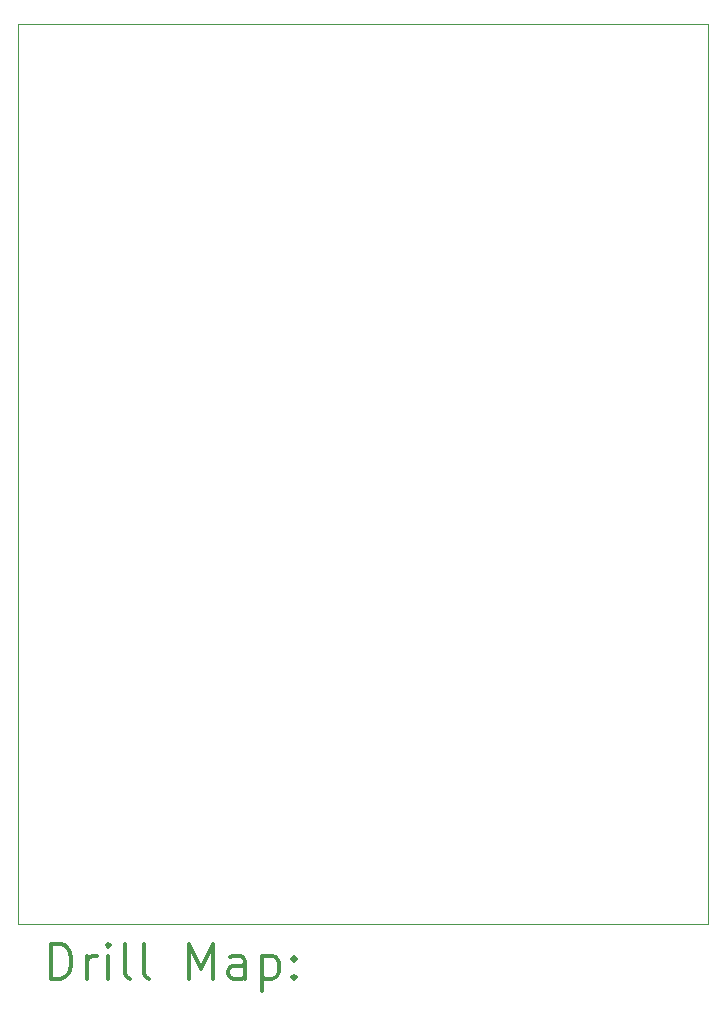
<source format=gbr>
%FSLAX45Y45*%
G04 Gerber Fmt 4.5, Leading zero omitted, Abs format (unit mm)*
G04 Created by KiCad (PCBNEW (5.1.6)-1) date 2022-11-16 12:34:44*
%MOMM*%
%LPD*%
G01*
G04 APERTURE LIST*
%TA.AperFunction,Profile*%
%ADD10C,0.050000*%
%TD*%
%ADD11C,0.200000*%
%ADD12C,0.300000*%
G04 APERTURE END LIST*
D10*
X6223000Y-10795000D02*
X6223000Y-18415000D01*
X12065000Y-10795000D02*
X6223000Y-10795000D01*
X12065000Y-18415000D02*
X12065000Y-10795000D01*
X6223000Y-18415000D02*
X12065000Y-18415000D01*
D11*
D12*
X6506928Y-18883214D02*
X6506928Y-18583214D01*
X6578357Y-18583214D01*
X6621214Y-18597500D01*
X6649786Y-18626072D01*
X6664071Y-18654643D01*
X6678357Y-18711786D01*
X6678357Y-18754643D01*
X6664071Y-18811786D01*
X6649786Y-18840357D01*
X6621214Y-18868929D01*
X6578357Y-18883214D01*
X6506928Y-18883214D01*
X6806928Y-18883214D02*
X6806928Y-18683214D01*
X6806928Y-18740357D02*
X6821214Y-18711786D01*
X6835500Y-18697500D01*
X6864071Y-18683214D01*
X6892643Y-18683214D01*
X6992643Y-18883214D02*
X6992643Y-18683214D01*
X6992643Y-18583214D02*
X6978357Y-18597500D01*
X6992643Y-18611786D01*
X7006928Y-18597500D01*
X6992643Y-18583214D01*
X6992643Y-18611786D01*
X7178357Y-18883214D02*
X7149786Y-18868929D01*
X7135500Y-18840357D01*
X7135500Y-18583214D01*
X7335500Y-18883214D02*
X7306928Y-18868929D01*
X7292643Y-18840357D01*
X7292643Y-18583214D01*
X7678357Y-18883214D02*
X7678357Y-18583214D01*
X7778357Y-18797500D01*
X7878357Y-18583214D01*
X7878357Y-18883214D01*
X8149786Y-18883214D02*
X8149786Y-18726072D01*
X8135500Y-18697500D01*
X8106928Y-18683214D01*
X8049786Y-18683214D01*
X8021214Y-18697500D01*
X8149786Y-18868929D02*
X8121214Y-18883214D01*
X8049786Y-18883214D01*
X8021214Y-18868929D01*
X8006928Y-18840357D01*
X8006928Y-18811786D01*
X8021214Y-18783214D01*
X8049786Y-18768929D01*
X8121214Y-18768929D01*
X8149786Y-18754643D01*
X8292643Y-18683214D02*
X8292643Y-18983214D01*
X8292643Y-18697500D02*
X8321214Y-18683214D01*
X8378357Y-18683214D01*
X8406928Y-18697500D01*
X8421214Y-18711786D01*
X8435500Y-18740357D01*
X8435500Y-18826072D01*
X8421214Y-18854643D01*
X8406928Y-18868929D01*
X8378357Y-18883214D01*
X8321214Y-18883214D01*
X8292643Y-18868929D01*
X8564071Y-18854643D02*
X8578357Y-18868929D01*
X8564071Y-18883214D01*
X8549786Y-18868929D01*
X8564071Y-18854643D01*
X8564071Y-18883214D01*
X8564071Y-18697500D02*
X8578357Y-18711786D01*
X8564071Y-18726072D01*
X8549786Y-18711786D01*
X8564071Y-18697500D01*
X8564071Y-18726072D01*
M02*

</source>
